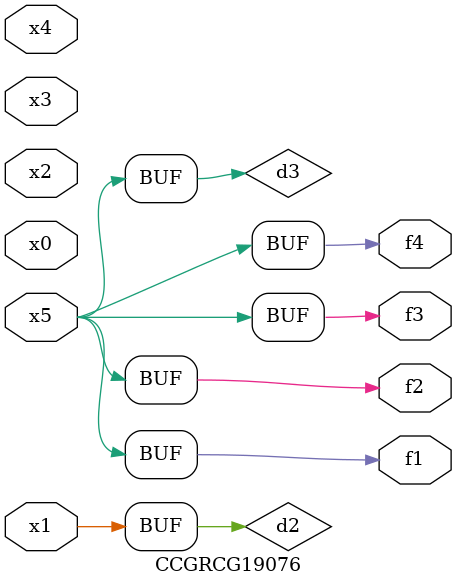
<source format=v>
module CCGRCG19076(
	input x0, x1, x2, x3, x4, x5,
	output f1, f2, f3, f4
);

	wire d1, d2, d3;

	not (d1, x5);
	or (d2, x1);
	xnor (d3, d1);
	assign f1 = d3;
	assign f2 = d3;
	assign f3 = d3;
	assign f4 = d3;
endmodule

</source>
